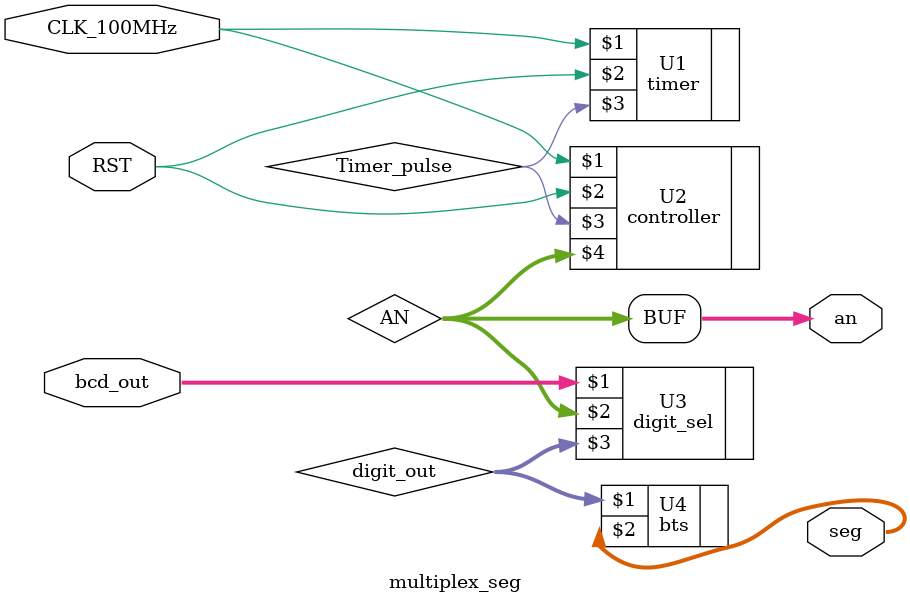
<source format=v>
`timescale 1ns / 1ps
module multiplex_seg(RST, CLK_100MHz, bcd_out,seg,an);

input RST, CLK_100MHz;
input [11:0] bcd_out;
output [6:0] seg;
output [7:0] an;

parameter NCycles = 10000;

wire Timer_pulse;
wire [7:0] AN;
wire [3:0] digit_out;
timer #(NCycles) U1 (CLK_100MHz,RST,Timer_pulse);

controller U2 (CLK_100MHz,RST, Timer_pulse,AN);
assign an= AN; 

digit_sel U3 (bcd_out,AN,digit_out);

bts U4 (digit_out, seg);

endmodule
</source>
